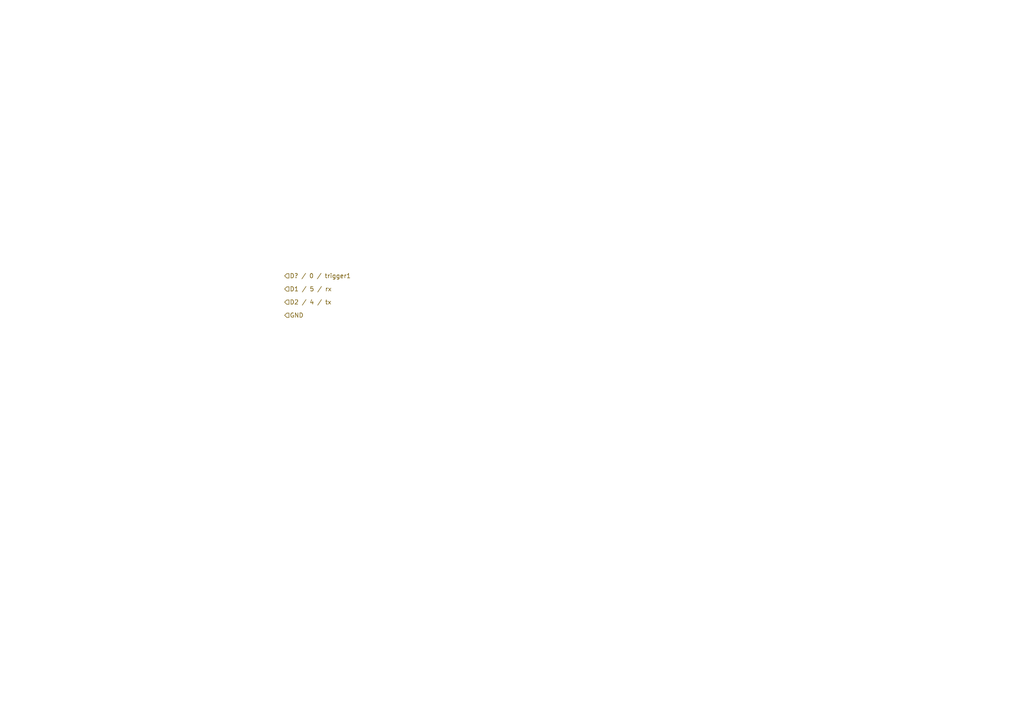
<source format=kicad_sch>
(kicad_sch
	(version 20231120)
	(generator "eeschema")
	(generator_version "8.0")
	(uuid "db8a53cf-8ef2-4165-badc-ac5c3dcdaaaa")
	(paper "A4")
	(title_block
		(date "2024-07-16")
		(company "Hans Märki, Märki Informatik")
		(comment 1 "The MIT License (MIT)")
	)
	(lib_symbols)
	(hierarchical_label "D? {slash} 0 {slash} trigger1"
		(shape input)
		(at 82.55 80.01 0)
		(effects
			(font
				(size 1.27 1.27)
			)
			(justify left)
		)
		(uuid "025718e0-946d-4f25-ac88-7f1855ab04a7")
	)
	(hierarchical_label "D1 {slash} 5 {slash} rx"
		(shape input)
		(at 82.55 83.82 0)
		(effects
			(font
				(size 1.27 1.27)
			)
			(justify left)
		)
		(uuid "034779d9-29a6-449b-ab28-2cff69e21304")
	)
	(hierarchical_label "GND"
		(shape input)
		(at 82.55 91.44 0)
		(effects
			(font
				(size 1.27 1.27)
			)
			(justify left)
		)
		(uuid "06ab8b17-c692-402f-9380-e576860b1a63")
	)
	(hierarchical_label "D2 {slash} 4 {slash} tx"
		(shape input)
		(at 82.55 87.63 0)
		(effects
			(font
				(size 1.27 1.27)
			)
			(justify left)
		)
		(uuid "49e33acb-69ea-4b30-92fe-4b9d4adaa2a7")
	)
)

</source>
